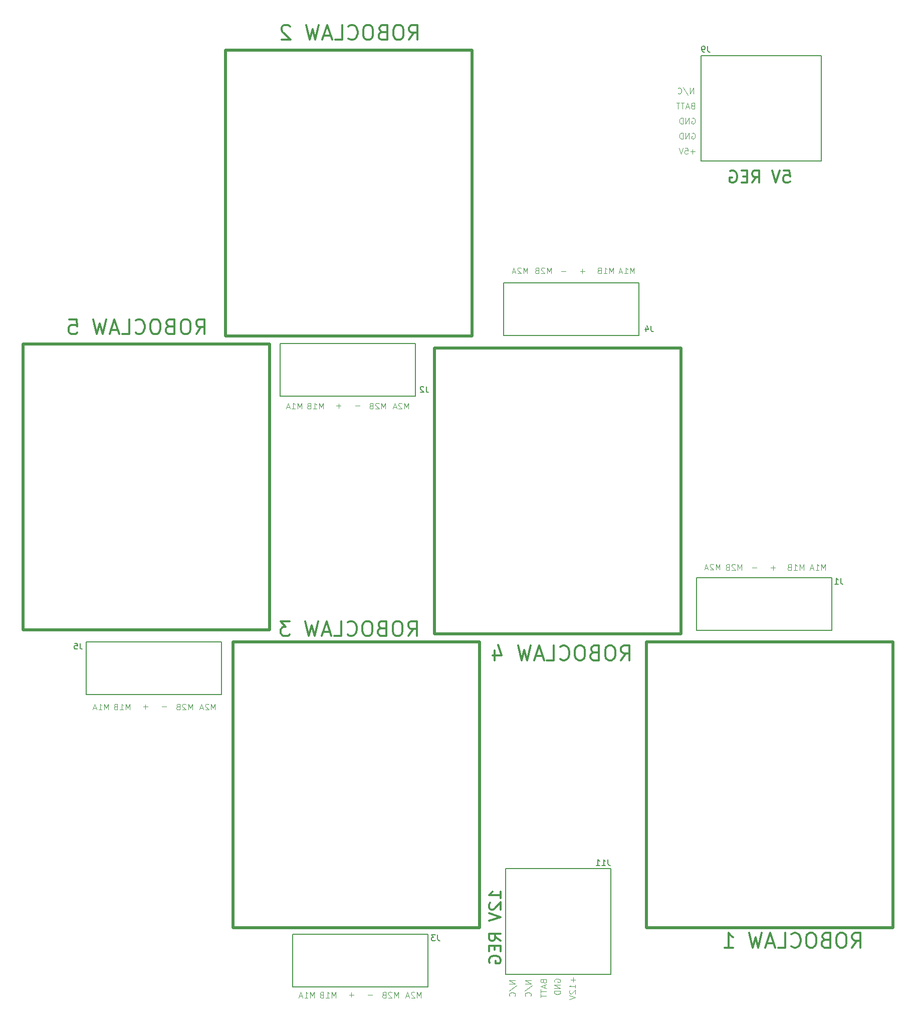
<source format=gbo>
G04 #@! TF.GenerationSoftware,KiCad,Pcbnew,(5.0.2)-1*
G04 #@! TF.CreationDate,2019-07-25T17:18:15-07:00*
G04 #@! TF.ProjectId,Control Board,436f6e74-726f-46c2-9042-6f6172642e6b,rev?*
G04 #@! TF.SameCoordinates,Original*
G04 #@! TF.FileFunction,Legend,Bot*
G04 #@! TF.FilePolarity,Positive*
%FSLAX46Y46*%
G04 Gerber Fmt 4.6, Leading zero omitted, Abs format (unit mm)*
G04 Created by KiCad (PCBNEW (5.0.2)-1) date 7/25/2019 5:18:15 PM*
%MOMM*%
%LPD*%
G01*
G04 APERTURE LIST*
%ADD10C,0.100000*%
%ADD11C,0.300000*%
%ADD12C,0.150000*%
%ADD13C,0.500000*%
G04 APERTURE END LIST*
D10*
X88018880Y4548023D02*
X87018880Y4548023D01*
X88018880Y3976595D01*
X87018880Y3976595D01*
X86971261Y2786119D02*
X88256976Y3643261D01*
X87923642Y1881357D02*
X87971261Y1928976D01*
X88018880Y2071833D01*
X88018880Y2167071D01*
X87971261Y2309928D01*
X87876023Y2405166D01*
X87780785Y2452785D01*
X87590309Y2500404D01*
X87447452Y2500404D01*
X87256976Y2452785D01*
X87161738Y2405166D01*
X87066500Y2309928D01*
X87018880Y2167071D01*
X87018880Y2071833D01*
X87066500Y1928976D01*
X87114119Y1881357D01*
X92019500Y4254404D02*
X91971880Y4349642D01*
X91971880Y4492500D01*
X92019500Y4635357D01*
X92114738Y4730595D01*
X92209976Y4778214D01*
X92400452Y4825833D01*
X92543309Y4825833D01*
X92733785Y4778214D01*
X92829023Y4730595D01*
X92924261Y4635357D01*
X92971880Y4492500D01*
X92971880Y4397261D01*
X92924261Y4254404D01*
X92876642Y4206785D01*
X92543309Y4206785D01*
X92543309Y4397261D01*
X92971880Y3778214D02*
X91971880Y3778214D01*
X92971880Y3206785D01*
X91971880Y3206785D01*
X92971880Y2730595D02*
X91971880Y2730595D01*
X91971880Y2492500D01*
X92019500Y2349642D01*
X92114738Y2254404D01*
X92209976Y2206785D01*
X92400452Y2159166D01*
X92543309Y2159166D01*
X92733785Y2206785D01*
X92829023Y2254404D01*
X92924261Y2349642D01*
X92971880Y2492500D01*
X92971880Y2730595D01*
X85351880Y4548023D02*
X84351880Y4548023D01*
X85351880Y3976595D01*
X84351880Y3976595D01*
X84304261Y2786119D02*
X85589976Y3643261D01*
X85256642Y1881357D02*
X85304261Y1928976D01*
X85351880Y2071833D01*
X85351880Y2167071D01*
X85304261Y2309928D01*
X85209023Y2405166D01*
X85113785Y2452785D01*
X84923309Y2500404D01*
X84780452Y2500404D01*
X84589976Y2452785D01*
X84494738Y2405166D01*
X84399500Y2309928D01*
X84351880Y2167071D01*
X84351880Y2071833D01*
X84399500Y1928976D01*
X84447119Y1881357D01*
X95130928Y5000404D02*
X95130928Y4238500D01*
X95511880Y4619452D02*
X94749976Y4619452D01*
X95511880Y3238500D02*
X95511880Y3809928D01*
X95511880Y3524214D02*
X94511880Y3524214D01*
X94654738Y3619452D01*
X94749976Y3714690D01*
X94797595Y3809928D01*
X94607119Y2857547D02*
X94559500Y2809928D01*
X94511880Y2714690D01*
X94511880Y2476595D01*
X94559500Y2381357D01*
X94607119Y2333738D01*
X94702357Y2286119D01*
X94797595Y2286119D01*
X94940452Y2333738D01*
X95511880Y2905166D01*
X95511880Y2286119D01*
X94511880Y2000404D02*
X95511880Y1667071D01*
X94511880Y1333738D01*
X90098571Y4357547D02*
X90146190Y4214690D01*
X90193809Y4167071D01*
X90289047Y4119452D01*
X90431904Y4119452D01*
X90527142Y4167071D01*
X90574761Y4214690D01*
X90622380Y4309928D01*
X90622380Y4690880D01*
X89622380Y4690880D01*
X89622380Y4357547D01*
X89670000Y4262309D01*
X89717619Y4214690D01*
X89812857Y4167071D01*
X89908095Y4167071D01*
X90003333Y4214690D01*
X90050952Y4262309D01*
X90098571Y4357547D01*
X90098571Y4690880D01*
X90336666Y3738500D02*
X90336666Y3262309D01*
X90622380Y3833738D02*
X89622380Y3500404D01*
X90622380Y3167071D01*
X89622380Y2976595D02*
X89622380Y2405166D01*
X90622380Y2690880D02*
X89622380Y2690880D01*
X89622380Y2214690D02*
X89622380Y1643261D01*
X90622380Y1928976D02*
X89622380Y1928976D01*
D11*
X82921361Y18379461D02*
X82921361Y19522319D01*
X82921361Y18950890D02*
X80921361Y18950890D01*
X81207076Y19141366D01*
X81397552Y19331842D01*
X81492790Y19522319D01*
X81111838Y17617557D02*
X81016600Y17522319D01*
X80921361Y17331842D01*
X80921361Y16855652D01*
X81016600Y16665176D01*
X81111838Y16569938D01*
X81302314Y16474700D01*
X81492790Y16474700D01*
X81778504Y16569938D01*
X82921361Y17712795D01*
X82921361Y16474700D01*
X80921361Y15903271D02*
X82921361Y15236604D01*
X80921361Y14569938D01*
X82921361Y11236604D02*
X81968980Y11903271D01*
X82921361Y12379461D02*
X80921361Y12379461D01*
X80921361Y11617557D01*
X81016600Y11427080D01*
X81111838Y11331842D01*
X81302314Y11236604D01*
X81588028Y11236604D01*
X81778504Y11331842D01*
X81873742Y11427080D01*
X81968980Y11617557D01*
X81968980Y12379461D01*
X81873742Y10379461D02*
X81873742Y9712795D01*
X82921361Y9427080D02*
X82921361Y10379461D01*
X80921361Y10379461D01*
X80921361Y9427080D01*
X81016600Y7522319D02*
X80921361Y7712795D01*
X80921361Y7998509D01*
X81016600Y8284223D01*
X81207076Y8474700D01*
X81397552Y8569938D01*
X81778504Y8665176D01*
X82064219Y8665176D01*
X82445171Y8569938D01*
X82635647Y8474700D01*
X82826123Y8284223D01*
X82921361Y7998509D01*
X82921361Y7808033D01*
X82826123Y7522319D01*
X82730885Y7427080D01*
X82064219Y7427080D01*
X82064219Y7808033D01*
X103192600Y58571747D02*
X104025933Y59762223D01*
X104621171Y58571747D02*
X104621171Y61071747D01*
X103668790Y61071747D01*
X103430695Y60952700D01*
X103311647Y60833652D01*
X103192600Y60595557D01*
X103192600Y60238414D01*
X103311647Y60000319D01*
X103430695Y59881271D01*
X103668790Y59762223D01*
X104621171Y59762223D01*
X101644980Y61071747D02*
X101168790Y61071747D01*
X100930695Y60952700D01*
X100692600Y60714604D01*
X100573552Y60238414D01*
X100573552Y59405080D01*
X100692600Y58928890D01*
X100930695Y58690795D01*
X101168790Y58571747D01*
X101644980Y58571747D01*
X101883076Y58690795D01*
X102121171Y58928890D01*
X102240219Y59405080D01*
X102240219Y60238414D01*
X102121171Y60714604D01*
X101883076Y60952700D01*
X101644980Y61071747D01*
X98668790Y59881271D02*
X98311647Y59762223D01*
X98192600Y59643176D01*
X98073552Y59405080D01*
X98073552Y59047938D01*
X98192600Y58809842D01*
X98311647Y58690795D01*
X98549742Y58571747D01*
X99502123Y58571747D01*
X99502123Y61071747D01*
X98668790Y61071747D01*
X98430695Y60952700D01*
X98311647Y60833652D01*
X98192600Y60595557D01*
X98192600Y60357461D01*
X98311647Y60119366D01*
X98430695Y60000319D01*
X98668790Y59881271D01*
X99502123Y59881271D01*
X96525933Y61071747D02*
X96049742Y61071747D01*
X95811647Y60952700D01*
X95573552Y60714604D01*
X95454504Y60238414D01*
X95454504Y59405080D01*
X95573552Y58928890D01*
X95811647Y58690795D01*
X96049742Y58571747D01*
X96525933Y58571747D01*
X96764028Y58690795D01*
X97002123Y58928890D01*
X97121171Y59405080D01*
X97121171Y60238414D01*
X97002123Y60714604D01*
X96764028Y60952700D01*
X96525933Y61071747D01*
X92954504Y58809842D02*
X93073552Y58690795D01*
X93430695Y58571747D01*
X93668790Y58571747D01*
X94025933Y58690795D01*
X94264028Y58928890D01*
X94383076Y59166985D01*
X94502123Y59643176D01*
X94502123Y60000319D01*
X94383076Y60476509D01*
X94264028Y60714604D01*
X94025933Y60952700D01*
X93668790Y61071747D01*
X93430695Y61071747D01*
X93073552Y60952700D01*
X92954504Y60833652D01*
X90692600Y58571747D02*
X91883076Y58571747D01*
X91883076Y61071747D01*
X89978314Y59286033D02*
X88787838Y59286033D01*
X90216409Y58571747D02*
X89383076Y61071747D01*
X88549742Y58571747D01*
X87954504Y61071747D02*
X87359266Y58571747D01*
X86883076Y60357461D01*
X86406885Y58571747D01*
X85811647Y61071747D01*
X81883076Y60238414D02*
X81883076Y58571747D01*
X82478314Y61190795D02*
X83073552Y59405080D01*
X81525933Y59405080D01*
D10*
X34639095Y50220619D02*
X34639095Y51220619D01*
X34305761Y50506333D01*
X33972428Y51220619D01*
X33972428Y50220619D01*
X33543857Y51125380D02*
X33496238Y51173000D01*
X33401000Y51220619D01*
X33162904Y51220619D01*
X33067666Y51173000D01*
X33020047Y51125380D01*
X32972428Y51030142D01*
X32972428Y50934904D01*
X33020047Y50792047D01*
X33591476Y50220619D01*
X32972428Y50220619D01*
X32591476Y50506333D02*
X32115285Y50506333D01*
X32686714Y50220619D02*
X32353380Y51220619D01*
X32020047Y50220619D01*
X105441595Y123880619D02*
X105441595Y124880619D01*
X105108261Y124166333D01*
X104774928Y124880619D01*
X104774928Y123880619D01*
X103774928Y123880619D02*
X104346357Y123880619D01*
X104060642Y123880619D02*
X104060642Y124880619D01*
X104155880Y124737761D01*
X104251119Y124642523D01*
X104346357Y124594904D01*
X103393976Y124166333D02*
X102917785Y124166333D01*
X103489214Y123880619D02*
X103155880Y124880619D01*
X102822547Y123880619D01*
X101957023Y123880619D02*
X101957023Y124880619D01*
X101623690Y124166333D01*
X101290357Y124880619D01*
X101290357Y123880619D01*
X100290357Y123880619D02*
X100861785Y123880619D01*
X100576071Y123880619D02*
X100576071Y124880619D01*
X100671309Y124737761D01*
X100766547Y124642523D01*
X100861785Y124594904D01*
X99528452Y124404428D02*
X99385595Y124356809D01*
X99337976Y124309190D01*
X99290357Y124213952D01*
X99290357Y124071095D01*
X99337976Y123975857D01*
X99385595Y123928238D01*
X99480833Y123880619D01*
X99861785Y123880619D01*
X99861785Y124880619D01*
X99528452Y124880619D01*
X99433214Y124833000D01*
X99385595Y124785380D01*
X99337976Y124690142D01*
X99337976Y124594904D01*
X99385595Y124499666D01*
X99433214Y124452047D01*
X99528452Y124404428D01*
X99861785Y124404428D01*
X87407595Y123880619D02*
X87407595Y124880619D01*
X87074261Y124166333D01*
X86740928Y124880619D01*
X86740928Y123880619D01*
X86312357Y124785380D02*
X86264738Y124833000D01*
X86169500Y124880619D01*
X85931404Y124880619D01*
X85836166Y124833000D01*
X85788547Y124785380D01*
X85740928Y124690142D01*
X85740928Y124594904D01*
X85788547Y124452047D01*
X86359976Y123880619D01*
X85740928Y123880619D01*
X85359976Y124166333D02*
X84883785Y124166333D01*
X85455214Y123880619D02*
X85121880Y124880619D01*
X84788547Y123880619D01*
X96329547Y124277428D02*
X97091452Y124277428D01*
X96710500Y124658380D02*
X96710500Y123896476D01*
X93154547Y124277428D02*
X93916452Y124277428D01*
X91416023Y123880619D02*
X91416023Y124880619D01*
X91082690Y124166333D01*
X90749357Y124880619D01*
X90749357Y123880619D01*
X90320785Y124785380D02*
X90273166Y124833000D01*
X90177928Y124880619D01*
X89939833Y124880619D01*
X89844595Y124833000D01*
X89796976Y124785380D01*
X89749357Y124690142D01*
X89749357Y124594904D01*
X89796976Y124452047D01*
X90368404Y123880619D01*
X89749357Y123880619D01*
X88987452Y124404428D02*
X88844595Y124356809D01*
X88796976Y124309190D01*
X88749357Y124213952D01*
X88749357Y124071095D01*
X88796976Y123975857D01*
X88844595Y123928238D01*
X88939833Y123880619D01*
X89320785Y123880619D01*
X89320785Y124880619D01*
X88987452Y124880619D01*
X88892214Y124833000D01*
X88844595Y124785380D01*
X88796976Y124690142D01*
X88796976Y124594904D01*
X88844595Y124499666D01*
X88892214Y124452047D01*
X88987452Y124404428D01*
X89320785Y124404428D01*
X137763095Y73829919D02*
X137763095Y74829919D01*
X137429761Y74115633D01*
X137096428Y74829919D01*
X137096428Y73829919D01*
X136096428Y73829919D02*
X136667857Y73829919D01*
X136382142Y73829919D02*
X136382142Y74829919D01*
X136477380Y74687061D01*
X136572619Y74591823D01*
X136667857Y74544204D01*
X135715476Y74115633D02*
X135239285Y74115633D01*
X135810714Y73829919D02*
X135477380Y74829919D01*
X135144047Y73829919D01*
X134075323Y73779119D02*
X134075323Y74779119D01*
X133741990Y74064833D01*
X133408657Y74779119D01*
X133408657Y73779119D01*
X132408657Y73779119D02*
X132980085Y73779119D01*
X132694371Y73779119D02*
X132694371Y74779119D01*
X132789609Y74636261D01*
X132884847Y74541023D01*
X132980085Y74493404D01*
X131646752Y74302928D02*
X131503895Y74255309D01*
X131456276Y74207690D01*
X131408657Y74112452D01*
X131408657Y73969595D01*
X131456276Y73874357D01*
X131503895Y73826738D01*
X131599133Y73779119D01*
X131980085Y73779119D01*
X131980085Y74779119D01*
X131646752Y74779119D01*
X131551514Y74731500D01*
X131503895Y74683880D01*
X131456276Y74588642D01*
X131456276Y74493404D01*
X131503895Y74398166D01*
X131551514Y74350547D01*
X131646752Y74302928D01*
X131980085Y74302928D01*
X119919595Y73842619D02*
X119919595Y74842619D01*
X119586261Y74128333D01*
X119252928Y74842619D01*
X119252928Y73842619D01*
X118824357Y74747380D02*
X118776738Y74795000D01*
X118681500Y74842619D01*
X118443404Y74842619D01*
X118348166Y74795000D01*
X118300547Y74747380D01*
X118252928Y74652142D01*
X118252928Y74556904D01*
X118300547Y74414047D01*
X118871976Y73842619D01*
X118252928Y73842619D01*
X117871976Y74128333D02*
X117395785Y74128333D01*
X117967214Y73842619D02*
X117633880Y74842619D01*
X117300547Y73842619D01*
X128524047Y74175928D02*
X129285952Y74175928D01*
X128905000Y74556880D02*
X128905000Y73794976D01*
X125349047Y74175928D02*
X126110952Y74175928D01*
X123610523Y73779119D02*
X123610523Y74779119D01*
X123277190Y74064833D01*
X122943857Y74779119D01*
X122943857Y73779119D01*
X122515285Y74683880D02*
X122467666Y74731500D01*
X122372428Y74779119D01*
X122134333Y74779119D01*
X122039095Y74731500D01*
X121991476Y74683880D01*
X121943857Y74588642D01*
X121943857Y74493404D01*
X121991476Y74350547D01*
X122562904Y73779119D01*
X121943857Y73779119D01*
X121181952Y74302928D02*
X121039095Y74255309D01*
X120991476Y74207690D01*
X120943857Y74112452D01*
X120943857Y73969595D01*
X120991476Y73874357D01*
X121039095Y73826738D01*
X121134333Y73779119D01*
X121515285Y73779119D01*
X121515285Y74779119D01*
X121181952Y74779119D01*
X121086714Y74731500D01*
X121039095Y74683880D01*
X120991476Y74588642D01*
X120991476Y74493404D01*
X121039095Y74398166D01*
X121086714Y74350547D01*
X121181952Y74302928D01*
X121515285Y74302928D01*
X51403095Y1579619D02*
X51403095Y2579619D01*
X51069761Y1865333D01*
X50736428Y2579619D01*
X50736428Y1579619D01*
X49736428Y1579619D02*
X50307857Y1579619D01*
X50022142Y1579619D02*
X50022142Y2579619D01*
X50117380Y2436761D01*
X50212619Y2341523D01*
X50307857Y2293904D01*
X49355476Y1865333D02*
X48879285Y1865333D01*
X49450714Y1579619D02*
X49117380Y2579619D01*
X48784047Y1579619D01*
X55030523Y1579619D02*
X55030523Y2579619D01*
X54697190Y1865333D01*
X54363857Y2579619D01*
X54363857Y1579619D01*
X53363857Y1579619D02*
X53935285Y1579619D01*
X53649571Y1579619D02*
X53649571Y2579619D01*
X53744809Y2436761D01*
X53840047Y2341523D01*
X53935285Y2293904D01*
X52601952Y2103428D02*
X52459095Y2055809D01*
X52411476Y2008190D01*
X52363857Y1912952D01*
X52363857Y1770095D01*
X52411476Y1674857D01*
X52459095Y1627238D01*
X52554333Y1579619D01*
X52935285Y1579619D01*
X52935285Y2579619D01*
X52601952Y2579619D01*
X52506714Y2532000D01*
X52459095Y2484380D01*
X52411476Y2389142D01*
X52411476Y2293904D01*
X52459095Y2198666D01*
X52506714Y2151047D01*
X52601952Y2103428D01*
X52935285Y2103428D01*
X69437095Y1579619D02*
X69437095Y2579619D01*
X69103761Y1865333D01*
X68770428Y2579619D01*
X68770428Y1579619D01*
X68341857Y2484380D02*
X68294238Y2532000D01*
X68199000Y2579619D01*
X67960904Y2579619D01*
X67865666Y2532000D01*
X67818047Y2484380D01*
X67770428Y2389142D01*
X67770428Y2293904D01*
X67818047Y2151047D01*
X68389476Y1579619D01*
X67770428Y1579619D01*
X67389476Y1865333D02*
X66913285Y1865333D01*
X67484714Y1579619D02*
X67151380Y2579619D01*
X66818047Y1579619D01*
X58038952Y2087571D02*
X57277047Y2087571D01*
X57658000Y1706619D02*
X57658000Y2468523D01*
X61213952Y2087571D02*
X60452047Y2087571D01*
X65571523Y1579619D02*
X65571523Y2579619D01*
X65238190Y1865333D01*
X64904857Y2579619D01*
X64904857Y1579619D01*
X64476285Y2484380D02*
X64428666Y2532000D01*
X64333428Y2579619D01*
X64095333Y2579619D01*
X64000095Y2532000D01*
X63952476Y2484380D01*
X63904857Y2389142D01*
X63904857Y2293904D01*
X63952476Y2151047D01*
X64523904Y1579619D01*
X63904857Y1579619D01*
X63142952Y2103428D02*
X63000095Y2055809D01*
X62952476Y2008190D01*
X62904857Y1912952D01*
X62904857Y1770095D01*
X62952476Y1674857D01*
X63000095Y1627238D01*
X63095333Y1579619D01*
X63476285Y1579619D01*
X63476285Y2579619D01*
X63142952Y2579619D01*
X63047714Y2532000D01*
X63000095Y2484380D01*
X62952476Y2389142D01*
X62952476Y2293904D01*
X63000095Y2198666D01*
X63047714Y2151047D01*
X63142952Y2103428D01*
X63476285Y2103428D01*
X16605095Y50220619D02*
X16605095Y51220619D01*
X16271761Y50506333D01*
X15938428Y51220619D01*
X15938428Y50220619D01*
X14938428Y50220619D02*
X15509857Y50220619D01*
X15224142Y50220619D02*
X15224142Y51220619D01*
X15319380Y51077761D01*
X15414619Y50982523D01*
X15509857Y50934904D01*
X14557476Y50506333D02*
X14081285Y50506333D01*
X14652714Y50220619D02*
X14319380Y51220619D01*
X13986047Y50220619D01*
X20232523Y50220619D02*
X20232523Y51220619D01*
X19899190Y50506333D01*
X19565857Y51220619D01*
X19565857Y50220619D01*
X18565857Y50220619D02*
X19137285Y50220619D01*
X18851571Y50220619D02*
X18851571Y51220619D01*
X18946809Y51077761D01*
X19042047Y50982523D01*
X19137285Y50934904D01*
X17803952Y50744428D02*
X17661095Y50696809D01*
X17613476Y50649190D01*
X17565857Y50553952D01*
X17565857Y50411095D01*
X17613476Y50315857D01*
X17661095Y50268238D01*
X17756333Y50220619D01*
X18137285Y50220619D01*
X18137285Y51220619D01*
X17803952Y51220619D01*
X17708714Y51173000D01*
X17661095Y51125380D01*
X17613476Y51030142D01*
X17613476Y50934904D01*
X17661095Y50839666D01*
X17708714Y50792047D01*
X17803952Y50744428D01*
X18137285Y50744428D01*
X23240952Y50728571D02*
X22479047Y50728571D01*
X22860000Y50347619D02*
X22860000Y51109523D01*
X26415952Y50728571D02*
X25654047Y50728571D01*
X30773523Y50220619D02*
X30773523Y51220619D01*
X30440190Y50506333D01*
X30106857Y51220619D01*
X30106857Y50220619D01*
X29678285Y51125380D02*
X29630666Y51173000D01*
X29535428Y51220619D01*
X29297333Y51220619D01*
X29202095Y51173000D01*
X29154476Y51125380D01*
X29106857Y51030142D01*
X29106857Y50934904D01*
X29154476Y50792047D01*
X29725904Y50220619D01*
X29106857Y50220619D01*
X28344952Y50744428D02*
X28202095Y50696809D01*
X28154476Y50649190D01*
X28106857Y50553952D01*
X28106857Y50411095D01*
X28154476Y50315857D01*
X28202095Y50268238D01*
X28297333Y50220619D01*
X28678285Y50220619D01*
X28678285Y51220619D01*
X28344952Y51220619D01*
X28249714Y51173000D01*
X28202095Y51125380D01*
X28154476Y51030142D01*
X28154476Y50934904D01*
X28202095Y50839666D01*
X28249714Y50792047D01*
X28344952Y50744428D01*
X28678285Y50744428D01*
X59054952Y101528571D02*
X58293047Y101528571D01*
X55879952Y101528571D02*
X55118047Y101528571D01*
X55499000Y101147619D02*
X55499000Y101909523D01*
X67278095Y101020619D02*
X67278095Y102020619D01*
X66944761Y101306333D01*
X66611428Y102020619D01*
X66611428Y101020619D01*
X66182857Y101925380D02*
X66135238Y101973000D01*
X66040000Y102020619D01*
X65801904Y102020619D01*
X65706666Y101973000D01*
X65659047Y101925380D01*
X65611428Y101830142D01*
X65611428Y101734904D01*
X65659047Y101592047D01*
X66230476Y101020619D01*
X65611428Y101020619D01*
X65230476Y101306333D02*
X64754285Y101306333D01*
X65325714Y101020619D02*
X64992380Y102020619D01*
X64659047Y101020619D01*
X63412523Y101020619D02*
X63412523Y102020619D01*
X63079190Y101306333D01*
X62745857Y102020619D01*
X62745857Y101020619D01*
X62317285Y101925380D02*
X62269666Y101973000D01*
X62174428Y102020619D01*
X61936333Y102020619D01*
X61841095Y101973000D01*
X61793476Y101925380D01*
X61745857Y101830142D01*
X61745857Y101734904D01*
X61793476Y101592047D01*
X62364904Y101020619D01*
X61745857Y101020619D01*
X60983952Y101544428D02*
X60841095Y101496809D01*
X60793476Y101449190D01*
X60745857Y101353952D01*
X60745857Y101211095D01*
X60793476Y101115857D01*
X60841095Y101068238D01*
X60936333Y101020619D01*
X61317285Y101020619D01*
X61317285Y102020619D01*
X60983952Y102020619D01*
X60888714Y101973000D01*
X60841095Y101925380D01*
X60793476Y101830142D01*
X60793476Y101734904D01*
X60841095Y101639666D01*
X60888714Y101592047D01*
X60983952Y101544428D01*
X61317285Y101544428D01*
X52871523Y101020619D02*
X52871523Y102020619D01*
X52538190Y101306333D01*
X52204857Y102020619D01*
X52204857Y101020619D01*
X51204857Y101020619D02*
X51776285Y101020619D01*
X51490571Y101020619D02*
X51490571Y102020619D01*
X51585809Y101877761D01*
X51681047Y101782523D01*
X51776285Y101734904D01*
X50442952Y101544428D02*
X50300095Y101496809D01*
X50252476Y101449190D01*
X50204857Y101353952D01*
X50204857Y101211095D01*
X50252476Y101115857D01*
X50300095Y101068238D01*
X50395333Y101020619D01*
X50776285Y101020619D01*
X50776285Y102020619D01*
X50442952Y102020619D01*
X50347714Y101973000D01*
X50300095Y101925380D01*
X50252476Y101830142D01*
X50252476Y101734904D01*
X50300095Y101639666D01*
X50347714Y101592047D01*
X50442952Y101544428D01*
X50776285Y101544428D01*
X49244095Y101020619D02*
X49244095Y102020619D01*
X48910761Y101306333D01*
X48577428Y102020619D01*
X48577428Y101020619D01*
X47577428Y101020619D02*
X48148857Y101020619D01*
X47863142Y101020619D02*
X47863142Y102020619D01*
X47958380Y101877761D01*
X48053619Y101782523D01*
X48148857Y101734904D01*
X47196476Y101306333D02*
X46720285Y101306333D01*
X47291714Y101020619D02*
X46958380Y102020619D01*
X46625047Y101020619D01*
D11*
X142257800Y10057747D02*
X143091133Y11248223D01*
X143686371Y10057747D02*
X143686371Y12557747D01*
X142733990Y12557747D01*
X142495895Y12438700D01*
X142376847Y12319652D01*
X142257800Y12081557D01*
X142257800Y11724414D01*
X142376847Y11486319D01*
X142495895Y11367271D01*
X142733990Y11248223D01*
X143686371Y11248223D01*
X140710180Y12557747D02*
X140233990Y12557747D01*
X139995895Y12438700D01*
X139757800Y12200604D01*
X139638752Y11724414D01*
X139638752Y10891080D01*
X139757800Y10414890D01*
X139995895Y10176795D01*
X140233990Y10057747D01*
X140710180Y10057747D01*
X140948276Y10176795D01*
X141186371Y10414890D01*
X141305419Y10891080D01*
X141305419Y11724414D01*
X141186371Y12200604D01*
X140948276Y12438700D01*
X140710180Y12557747D01*
X137733990Y11367271D02*
X137376847Y11248223D01*
X137257800Y11129176D01*
X137138752Y10891080D01*
X137138752Y10533938D01*
X137257800Y10295842D01*
X137376847Y10176795D01*
X137614942Y10057747D01*
X138567323Y10057747D01*
X138567323Y12557747D01*
X137733990Y12557747D01*
X137495895Y12438700D01*
X137376847Y12319652D01*
X137257800Y12081557D01*
X137257800Y11843461D01*
X137376847Y11605366D01*
X137495895Y11486319D01*
X137733990Y11367271D01*
X138567323Y11367271D01*
X135591133Y12557747D02*
X135114942Y12557747D01*
X134876847Y12438700D01*
X134638752Y12200604D01*
X134519704Y11724414D01*
X134519704Y10891080D01*
X134638752Y10414890D01*
X134876847Y10176795D01*
X135114942Y10057747D01*
X135591133Y10057747D01*
X135829228Y10176795D01*
X136067323Y10414890D01*
X136186371Y10891080D01*
X136186371Y11724414D01*
X136067323Y12200604D01*
X135829228Y12438700D01*
X135591133Y12557747D01*
X132019704Y10295842D02*
X132138752Y10176795D01*
X132495895Y10057747D01*
X132733990Y10057747D01*
X133091133Y10176795D01*
X133329228Y10414890D01*
X133448276Y10652985D01*
X133567323Y11129176D01*
X133567323Y11486319D01*
X133448276Y11962509D01*
X133329228Y12200604D01*
X133091133Y12438700D01*
X132733990Y12557747D01*
X132495895Y12557747D01*
X132138752Y12438700D01*
X132019704Y12319652D01*
X129757800Y10057747D02*
X130948276Y10057747D01*
X130948276Y12557747D01*
X129043514Y10772033D02*
X127853038Y10772033D01*
X129281609Y10057747D02*
X128448276Y12557747D01*
X127614942Y10057747D01*
X127019704Y12557747D02*
X126424466Y10057747D01*
X125948276Y11843461D01*
X125472085Y10057747D01*
X124876847Y12557747D01*
X120710180Y10057747D02*
X122138752Y10057747D01*
X121424466Y10057747D02*
X121424466Y12557747D01*
X121662561Y12200604D01*
X121900657Y11962509D01*
X122138752Y11843461D01*
X67277000Y62686547D02*
X68110333Y63877023D01*
X68705571Y62686547D02*
X68705571Y65186547D01*
X67753190Y65186547D01*
X67515095Y65067500D01*
X67396047Y64948452D01*
X67277000Y64710357D01*
X67277000Y64353214D01*
X67396047Y64115119D01*
X67515095Y63996071D01*
X67753190Y63877023D01*
X68705571Y63877023D01*
X65729380Y65186547D02*
X65253190Y65186547D01*
X65015095Y65067500D01*
X64777000Y64829404D01*
X64657952Y64353214D01*
X64657952Y63519880D01*
X64777000Y63043690D01*
X65015095Y62805595D01*
X65253190Y62686547D01*
X65729380Y62686547D01*
X65967476Y62805595D01*
X66205571Y63043690D01*
X66324619Y63519880D01*
X66324619Y64353214D01*
X66205571Y64829404D01*
X65967476Y65067500D01*
X65729380Y65186547D01*
X62753190Y63996071D02*
X62396047Y63877023D01*
X62277000Y63757976D01*
X62157952Y63519880D01*
X62157952Y63162738D01*
X62277000Y62924642D01*
X62396047Y62805595D01*
X62634142Y62686547D01*
X63586523Y62686547D01*
X63586523Y65186547D01*
X62753190Y65186547D01*
X62515095Y65067500D01*
X62396047Y64948452D01*
X62277000Y64710357D01*
X62277000Y64472261D01*
X62396047Y64234166D01*
X62515095Y64115119D01*
X62753190Y63996071D01*
X63586523Y63996071D01*
X60610333Y65186547D02*
X60134142Y65186547D01*
X59896047Y65067500D01*
X59657952Y64829404D01*
X59538904Y64353214D01*
X59538904Y63519880D01*
X59657952Y63043690D01*
X59896047Y62805595D01*
X60134142Y62686547D01*
X60610333Y62686547D01*
X60848428Y62805595D01*
X61086523Y63043690D01*
X61205571Y63519880D01*
X61205571Y64353214D01*
X61086523Y64829404D01*
X60848428Y65067500D01*
X60610333Y65186547D01*
X57038904Y62924642D02*
X57157952Y62805595D01*
X57515095Y62686547D01*
X57753190Y62686547D01*
X58110333Y62805595D01*
X58348428Y63043690D01*
X58467476Y63281785D01*
X58586523Y63757976D01*
X58586523Y64115119D01*
X58467476Y64591309D01*
X58348428Y64829404D01*
X58110333Y65067500D01*
X57753190Y65186547D01*
X57515095Y65186547D01*
X57157952Y65067500D01*
X57038904Y64948452D01*
X54776999Y62686547D02*
X55967476Y62686547D01*
X55967476Y65186547D01*
X54062714Y63400833D02*
X52872238Y63400833D01*
X54300809Y62686547D02*
X53467476Y65186547D01*
X52634142Y62686547D01*
X52038904Y65186547D02*
X51443666Y62686547D01*
X50967476Y64472261D01*
X50491285Y62686547D01*
X49896047Y65186547D01*
X47276999Y65186547D02*
X45729380Y65186547D01*
X46562714Y64234166D01*
X46205571Y64234166D01*
X45967476Y64115119D01*
X45848428Y63996071D01*
X45729380Y63757976D01*
X45729380Y63162738D01*
X45848428Y62924642D01*
X45967476Y62805595D01*
X46205571Y62686547D01*
X46919857Y62686547D01*
X47157952Y62805595D01*
X47276999Y62924642D01*
X31450300Y113651647D02*
X32283633Y114842123D01*
X32878871Y113651647D02*
X32878871Y116151647D01*
X31926490Y116151647D01*
X31688395Y116032600D01*
X31569347Y115913552D01*
X31450300Y115675457D01*
X31450300Y115318314D01*
X31569347Y115080219D01*
X31688395Y114961171D01*
X31926490Y114842123D01*
X32878871Y114842123D01*
X29902680Y116151647D02*
X29426490Y116151647D01*
X29188395Y116032600D01*
X28950300Y115794504D01*
X28831252Y115318314D01*
X28831252Y114484980D01*
X28950300Y114008790D01*
X29188395Y113770695D01*
X29426490Y113651647D01*
X29902680Y113651647D01*
X30140776Y113770695D01*
X30378871Y114008790D01*
X30497919Y114484980D01*
X30497919Y115318314D01*
X30378871Y115794504D01*
X30140776Y116032600D01*
X29902680Y116151647D01*
X26926490Y114961171D02*
X26569347Y114842123D01*
X26450300Y114723076D01*
X26331252Y114484980D01*
X26331252Y114127838D01*
X26450300Y113889742D01*
X26569347Y113770695D01*
X26807442Y113651647D01*
X27759823Y113651647D01*
X27759823Y116151647D01*
X26926490Y116151647D01*
X26688395Y116032600D01*
X26569347Y115913552D01*
X26450300Y115675457D01*
X26450300Y115437361D01*
X26569347Y115199266D01*
X26688395Y115080219D01*
X26926490Y114961171D01*
X27759823Y114961171D01*
X24783633Y116151647D02*
X24307442Y116151647D01*
X24069347Y116032600D01*
X23831252Y115794504D01*
X23712204Y115318314D01*
X23712204Y114484980D01*
X23831252Y114008790D01*
X24069347Y113770695D01*
X24307442Y113651647D01*
X24783633Y113651647D01*
X25021728Y113770695D01*
X25259823Y114008790D01*
X25378871Y114484980D01*
X25378871Y115318314D01*
X25259823Y115794504D01*
X25021728Y116032600D01*
X24783633Y116151647D01*
X21212204Y113889742D02*
X21331252Y113770695D01*
X21688395Y113651647D01*
X21926490Y113651647D01*
X22283633Y113770695D01*
X22521728Y114008790D01*
X22640776Y114246885D01*
X22759823Y114723076D01*
X22759823Y115080219D01*
X22640776Y115556409D01*
X22521728Y115794504D01*
X22283633Y116032600D01*
X21926490Y116151647D01*
X21688395Y116151647D01*
X21331252Y116032600D01*
X21212204Y115913552D01*
X18950299Y113651647D02*
X20140776Y113651647D01*
X20140776Y116151647D01*
X18236014Y114365933D02*
X17045538Y114365933D01*
X18474109Y113651647D02*
X17640776Y116151647D01*
X16807442Y113651647D01*
X16212204Y116151647D02*
X15616966Y113651647D01*
X15140776Y115437361D01*
X14664585Y113651647D01*
X14069347Y116151647D01*
X10021728Y116151647D02*
X11212204Y116151647D01*
X11331252Y114961171D01*
X11212204Y115080219D01*
X10974109Y115199266D01*
X10378871Y115199266D01*
X10140776Y115080219D01*
X10021728Y114961171D01*
X9902680Y114723076D01*
X9902680Y114127838D01*
X10021728Y113889742D01*
X10140776Y113770695D01*
X10378871Y113651647D01*
X10974109Y113651647D01*
X11212204Y113770695D01*
X11331252Y113889742D01*
X67404000Y163334047D02*
X68237333Y164524523D01*
X68832571Y163334047D02*
X68832571Y165834047D01*
X67880190Y165834047D01*
X67642095Y165715000D01*
X67523047Y165595952D01*
X67404000Y165357857D01*
X67404000Y165000714D01*
X67523047Y164762619D01*
X67642095Y164643571D01*
X67880190Y164524523D01*
X68832571Y164524523D01*
X65856380Y165834047D02*
X65380190Y165834047D01*
X65142095Y165715000D01*
X64904000Y165476904D01*
X64784952Y165000714D01*
X64784952Y164167380D01*
X64904000Y163691190D01*
X65142095Y163453095D01*
X65380190Y163334047D01*
X65856380Y163334047D01*
X66094476Y163453095D01*
X66332571Y163691190D01*
X66451619Y164167380D01*
X66451619Y165000714D01*
X66332571Y165476904D01*
X66094476Y165715000D01*
X65856380Y165834047D01*
X62880190Y164643571D02*
X62523047Y164524523D01*
X62404000Y164405476D01*
X62284952Y164167380D01*
X62284952Y163810238D01*
X62404000Y163572142D01*
X62523047Y163453095D01*
X62761142Y163334047D01*
X63713523Y163334047D01*
X63713523Y165834047D01*
X62880190Y165834047D01*
X62642095Y165715000D01*
X62523047Y165595952D01*
X62404000Y165357857D01*
X62404000Y165119761D01*
X62523047Y164881666D01*
X62642095Y164762619D01*
X62880190Y164643571D01*
X63713523Y164643571D01*
X60737333Y165834047D02*
X60261142Y165834047D01*
X60023047Y165715000D01*
X59784952Y165476904D01*
X59665904Y165000714D01*
X59665904Y164167380D01*
X59784952Y163691190D01*
X60023047Y163453095D01*
X60261142Y163334047D01*
X60737333Y163334047D01*
X60975428Y163453095D01*
X61213523Y163691190D01*
X61332571Y164167380D01*
X61332571Y165000714D01*
X61213523Y165476904D01*
X60975428Y165715000D01*
X60737333Y165834047D01*
X57165904Y163572142D02*
X57284952Y163453095D01*
X57642095Y163334047D01*
X57880190Y163334047D01*
X58237333Y163453095D01*
X58475428Y163691190D01*
X58594476Y163929285D01*
X58713523Y164405476D01*
X58713523Y164762619D01*
X58594476Y165238809D01*
X58475428Y165476904D01*
X58237333Y165715000D01*
X57880190Y165834047D01*
X57642095Y165834047D01*
X57284952Y165715000D01*
X57165904Y165595952D01*
X54903999Y163334047D02*
X56094476Y163334047D01*
X56094476Y165834047D01*
X54189714Y164048333D02*
X52999238Y164048333D01*
X54427809Y163334047D02*
X53594476Y165834047D01*
X52761142Y163334047D01*
X52165904Y165834047D02*
X51570666Y163334047D01*
X51094476Y165119761D01*
X50618285Y163334047D01*
X50023047Y165834047D01*
X47284952Y165595952D02*
X47165904Y165715000D01*
X46927809Y165834047D01*
X46332571Y165834047D01*
X46094476Y165715000D01*
X45975428Y165595952D01*
X45856380Y165357857D01*
X45856380Y165119761D01*
X45975428Y164762619D01*
X47403999Y163334047D01*
X45856380Y163334047D01*
X130730119Y141239738D02*
X131682500Y141239738D01*
X131777738Y140287357D01*
X131682500Y140382595D01*
X131492023Y140477833D01*
X131015833Y140477833D01*
X130825357Y140382595D01*
X130730119Y140287357D01*
X130634880Y140096880D01*
X130634880Y139620690D01*
X130730119Y139430214D01*
X130825357Y139334976D01*
X131015833Y139239738D01*
X131492023Y139239738D01*
X131682500Y139334976D01*
X131777738Y139430214D01*
X130063452Y141239738D02*
X129396785Y139239738D01*
X128730119Y141239738D01*
X125396785Y139239738D02*
X126063452Y140192119D01*
X126539642Y139239738D02*
X126539642Y141239738D01*
X125777738Y141239738D01*
X125587261Y141144500D01*
X125492023Y141049261D01*
X125396785Y140858785D01*
X125396785Y140573071D01*
X125492023Y140382595D01*
X125587261Y140287357D01*
X125777738Y140192119D01*
X126539642Y140192119D01*
X124539642Y140287357D02*
X123872976Y140287357D01*
X123587261Y139239738D02*
X124539642Y139239738D01*
X124539642Y141239738D01*
X123587261Y141239738D01*
X121682500Y141144500D02*
X121872976Y141239738D01*
X122158690Y141239738D01*
X122444404Y141144500D01*
X122634880Y140954023D01*
X122730119Y140763547D01*
X122825357Y140382595D01*
X122825357Y140096880D01*
X122730119Y139715928D01*
X122634880Y139525452D01*
X122444404Y139334976D01*
X122158690Y139239738D01*
X121968214Y139239738D01*
X121682500Y139334976D01*
X121587261Y139430214D01*
X121587261Y140096880D01*
X121968214Y140096880D01*
D10*
X115482523Y154233619D02*
X115482523Y155233619D01*
X114911095Y154233619D01*
X114911095Y155233619D01*
X113720619Y155281238D02*
X114577761Y153995523D01*
X112815857Y154328857D02*
X112863476Y154281238D01*
X113006333Y154233619D01*
X113101571Y154233619D01*
X113244428Y154281238D01*
X113339666Y154376476D01*
X113387285Y154471714D01*
X113434904Y154662190D01*
X113434904Y154805047D01*
X113387285Y154995523D01*
X113339666Y155090761D01*
X113244428Y155186000D01*
X113101571Y155233619D01*
X113006333Y155233619D01*
X112863476Y155186000D01*
X112815857Y155138380D01*
X115712714Y144454571D02*
X114950809Y144454571D01*
X115331761Y144073619D02*
X115331761Y144835523D01*
X113998428Y145073619D02*
X114474619Y145073619D01*
X114522238Y144597428D01*
X114474619Y144645047D01*
X114379380Y144692666D01*
X114141285Y144692666D01*
X114046047Y144645047D01*
X113998428Y144597428D01*
X113950809Y144502190D01*
X113950809Y144264095D01*
X113998428Y144168857D01*
X114046047Y144121238D01*
X114141285Y144073619D01*
X114379380Y144073619D01*
X114474619Y144121238D01*
X114522238Y144168857D01*
X113665095Y145073619D02*
X113331761Y144073619D01*
X112998428Y145073619D01*
X115188904Y147566000D02*
X115284142Y147613619D01*
X115427000Y147613619D01*
X115569857Y147566000D01*
X115665095Y147470761D01*
X115712714Y147375523D01*
X115760333Y147185047D01*
X115760333Y147042190D01*
X115712714Y146851714D01*
X115665095Y146756476D01*
X115569857Y146661238D01*
X115427000Y146613619D01*
X115331761Y146613619D01*
X115188904Y146661238D01*
X115141285Y146708857D01*
X115141285Y147042190D01*
X115331761Y147042190D01*
X114712714Y146613619D02*
X114712714Y147613619D01*
X114141285Y146613619D01*
X114141285Y147613619D01*
X113665095Y146613619D02*
X113665095Y147613619D01*
X113427000Y147613619D01*
X113284142Y147566000D01*
X113188904Y147470761D01*
X113141285Y147375523D01*
X113093666Y147185047D01*
X113093666Y147042190D01*
X113141285Y146851714D01*
X113188904Y146756476D01*
X113284142Y146661238D01*
X113427000Y146613619D01*
X113665095Y146613619D01*
X115188904Y150106000D02*
X115284142Y150153619D01*
X115427000Y150153619D01*
X115569857Y150106000D01*
X115665095Y150010761D01*
X115712714Y149915523D01*
X115760333Y149725047D01*
X115760333Y149582190D01*
X115712714Y149391714D01*
X115665095Y149296476D01*
X115569857Y149201238D01*
X115427000Y149153619D01*
X115331761Y149153619D01*
X115188904Y149201238D01*
X115141285Y149248857D01*
X115141285Y149582190D01*
X115331761Y149582190D01*
X114712714Y149153619D02*
X114712714Y150153619D01*
X114141285Y149153619D01*
X114141285Y150153619D01*
X113665095Y149153619D02*
X113665095Y150153619D01*
X113427000Y150153619D01*
X113284142Y150106000D01*
X113188904Y150010761D01*
X113141285Y149915523D01*
X113093666Y149725047D01*
X113093666Y149582190D01*
X113141285Y149391714D01*
X113188904Y149296476D01*
X113284142Y149201238D01*
X113427000Y149153619D01*
X113665095Y149153619D01*
X115292047Y152217428D02*
X115149190Y152169809D01*
X115101571Y152122190D01*
X115053952Y152026952D01*
X115053952Y151884095D01*
X115101571Y151788857D01*
X115149190Y151741238D01*
X115244428Y151693619D01*
X115625380Y151693619D01*
X115625380Y152693619D01*
X115292047Y152693619D01*
X115196809Y152646000D01*
X115149190Y152598380D01*
X115101571Y152503142D01*
X115101571Y152407904D01*
X115149190Y152312666D01*
X115196809Y152265047D01*
X115292047Y152217428D01*
X115625380Y152217428D01*
X114673000Y151979333D02*
X114196809Y151979333D01*
X114768238Y151693619D02*
X114434904Y152693619D01*
X114101571Y151693619D01*
X113911095Y152693619D02*
X113339666Y152693619D01*
X113625380Y151693619D02*
X113625380Y152693619D01*
X113149190Y152693619D02*
X112577761Y152693619D01*
X112863476Y151693619D02*
X112863476Y152693619D01*
D12*
G04 #@! TO.C,J11*
X101493000Y5588000D02*
X83693000Y5588000D01*
X83693000Y23388000D02*
X83693000Y5588000D01*
X101493000Y23388000D02*
X83693000Y23388000D01*
X101493000Y5588000D02*
X101493000Y23388000D01*
G04 #@! TO.C,J5*
X35750500Y52832000D02*
X12890500Y52832000D01*
X35750500Y61722000D02*
X35750500Y52832000D01*
X12890500Y61722000D02*
X35750500Y61722000D01*
X12890500Y52832000D02*
X12890500Y61722000D01*
G04 #@! TO.C,J1*
X116014500Y72517000D02*
X138874500Y72517000D01*
X116014500Y63627000D02*
X116014500Y72517000D01*
X138874500Y63627000D02*
X116014500Y63627000D01*
X138874500Y72517000D02*
X138874500Y63627000D01*
G04 #@! TO.C,J4*
X83375500Y122301000D02*
X106235500Y122301000D01*
X83375500Y113411000D02*
X83375500Y122301000D01*
X106235500Y113411000D02*
X83375500Y113411000D01*
X106235500Y122301000D02*
X106235500Y113411000D01*
G04 #@! TO.C,J9*
X116776500Y142875000D02*
X137096500Y142875000D01*
X137096500Y160655000D02*
X137096500Y142855000D01*
X116776500Y160655000D02*
X137076500Y160655000D01*
X116776500Y160655000D02*
X116776500Y142855000D01*
D13*
G04 #@! TO.C,RC4*
X71678000Y111303000D02*
X71678000Y63043000D01*
X113334000Y111303000D02*
X71678000Y111303000D01*
X113334000Y63043000D02*
X113334000Y111303000D01*
X71678000Y63043000D02*
X113334000Y63043000D01*
G04 #@! TO.C,RC2*
X78055000Y113360000D02*
X78055000Y161620000D01*
X36399000Y113360000D02*
X78055000Y113360000D01*
X36399000Y161620000D02*
X36399000Y113360000D01*
X78055000Y161620000D02*
X36399000Y161620000D01*
G04 #@! TO.C,RC1*
X107492000Y61646000D02*
X107492000Y13386000D01*
X149148000Y61646000D02*
X107492000Y61646000D01*
X149148000Y13386000D02*
X149148000Y61646000D01*
X107492000Y13386000D02*
X149148000Y13386000D01*
G04 #@! TO.C,RC3*
X79325000Y13411000D02*
X79325000Y61671000D01*
X37669000Y13411000D02*
X79325000Y13411000D01*
X37669000Y61671000D02*
X37669000Y13411000D01*
X79325000Y61671000D02*
X37669000Y61671000D01*
G04 #@! TO.C,RC5*
X43892000Y63703000D02*
X43892000Y111963000D01*
X2236000Y63703000D02*
X43892000Y63703000D01*
X2236000Y111963000D02*
X2236000Y63703000D01*
X43892000Y111963000D02*
X2236000Y111963000D01*
D12*
G04 #@! TO.C,J3*
X70612000Y3429000D02*
X47752000Y3429000D01*
X70612000Y12319000D02*
X70612000Y3429000D01*
X47752000Y12319000D02*
X70612000Y12319000D01*
X47752000Y3429000D02*
X47752000Y12319000D01*
G04 #@! TO.C,J2*
X68453000Y103187500D02*
X45593000Y103187500D01*
X68453000Y112077500D02*
X68453000Y103187500D01*
X45593000Y112077500D02*
X68453000Y112077500D01*
X45593000Y103187500D02*
X45593000Y112077500D01*
G04 #@! TO.C,J11*
X101012523Y24944319D02*
X101012523Y24230033D01*
X101060142Y24087176D01*
X101155380Y23991938D01*
X101298238Y23944319D01*
X101393476Y23944319D01*
X100012523Y23944319D02*
X100583952Y23944319D01*
X100298238Y23944319D02*
X100298238Y24944319D01*
X100393476Y24801461D01*
X100488714Y24706223D01*
X100583952Y24658604D01*
X99060142Y23944319D02*
X99631571Y23944319D01*
X99345857Y23944319D02*
X99345857Y24944319D01*
X99441095Y24801461D01*
X99536333Y24706223D01*
X99631571Y24658604D01*
G04 #@! TO.C,J5*
X11839533Y61469519D02*
X11839533Y60755233D01*
X11887152Y60612376D01*
X11982390Y60517138D01*
X12125247Y60469519D01*
X12220485Y60469519D01*
X10887152Y61469519D02*
X11363342Y61469519D01*
X11410961Y60993328D01*
X11363342Y61040947D01*
X11268104Y61088566D01*
X11030009Y61088566D01*
X10934771Y61040947D01*
X10887152Y60993328D01*
X10839533Y60898090D01*
X10839533Y60659995D01*
X10887152Y60564757D01*
X10934771Y60517138D01*
X11030009Y60469519D01*
X11268104Y60469519D01*
X11363342Y60517138D01*
X11410961Y60564757D01*
G04 #@! TO.C,J1*
X140363533Y72442319D02*
X140363533Y71728033D01*
X140411152Y71585176D01*
X140506390Y71489938D01*
X140649247Y71442319D01*
X140744485Y71442319D01*
X139363533Y71442319D02*
X139934961Y71442319D01*
X139649247Y71442319D02*
X139649247Y72442319D01*
X139744485Y72299461D01*
X139839723Y72204223D01*
X139934961Y72156604D01*
G04 #@! TO.C,J4*
X108308733Y115063519D02*
X108308733Y114349233D01*
X108356352Y114206376D01*
X108451590Y114111138D01*
X108594447Y114063519D01*
X108689685Y114063519D01*
X107403971Y114730185D02*
X107403971Y114063519D01*
X107642066Y115111138D02*
X107880161Y114396852D01*
X107261114Y114396852D01*
G04 #@! TO.C,J9*
X117859133Y162256719D02*
X117859133Y161542433D01*
X117906752Y161399576D01*
X118001990Y161304338D01*
X118144847Y161256719D01*
X118240085Y161256719D01*
X117335323Y161256719D02*
X117144847Y161256719D01*
X117049609Y161304338D01*
X117001990Y161351957D01*
X116906752Y161494814D01*
X116859133Y161685290D01*
X116859133Y162066242D01*
X116906752Y162161480D01*
X116954371Y162209100D01*
X117049609Y162256719D01*
X117240085Y162256719D01*
X117335323Y162209100D01*
X117382942Y162161480D01*
X117430561Y162066242D01*
X117430561Y161828147D01*
X117382942Y161732909D01*
X117335323Y161685290D01*
X117240085Y161637671D01*
X117049609Y161637671D01*
X116954371Y161685290D01*
X116906752Y161732909D01*
X116859133Y161828147D01*
G04 #@! TO.C,J3*
X72215333Y12231619D02*
X72215333Y11517333D01*
X72262952Y11374476D01*
X72358190Y11279238D01*
X72501047Y11231619D01*
X72596285Y11231619D01*
X71834380Y12231619D02*
X71215333Y12231619D01*
X71548666Y11850666D01*
X71405809Y11850666D01*
X71310571Y11803047D01*
X71262952Y11755428D01*
X71215333Y11660190D01*
X71215333Y11422095D01*
X71262952Y11326857D01*
X71310571Y11279238D01*
X71405809Y11231619D01*
X71691523Y11231619D01*
X71786761Y11279238D01*
X71834380Y11326857D01*
G04 #@! TO.C,J2*
X70310333Y104814619D02*
X70310333Y104100333D01*
X70357952Y103957476D01*
X70453190Y103862238D01*
X70596047Y103814619D01*
X70691285Y103814619D01*
X69881761Y104719380D02*
X69834142Y104767000D01*
X69738904Y104814619D01*
X69500809Y104814619D01*
X69405571Y104767000D01*
X69357952Y104719380D01*
X69310333Y104624142D01*
X69310333Y104528904D01*
X69357952Y104386047D01*
X69929380Y103814619D01*
X69310333Y103814619D01*
G04 #@! TD*
M02*

</source>
